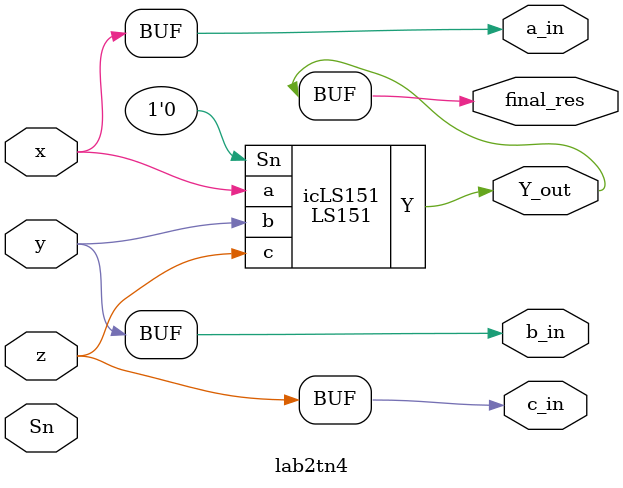
<source format=sv>
module LS151 (
input logic a,b,c,
input logic Sn,
output logic Y
);
logic[2:0]	ABC;
assign ABC={a,b,c};
logic[7:0] D;
assign D=8'b10010110;
always_comb begin : lab2tn3
if	(Sn=='b1) 
Y=1;
else 
case(ABC)
	3'b000 :Y=D[0];
	3'b001 :Y=D[1];
	3'b010 :Y=D[2];
	3'b011 :Y=D[3];
	3'b100 :Y=D[4];
	3'b101 :Y=D[5];
	3'b110 :Y=D[6];
	3'b111 :Y=D[7];
endcase
end
endmodule
module lab2tn4(a_in,b_in,c_in,x,y,z,Sn,final_res,Y_out);
input y,x,z,Sn;
output a_in,b_in,c_in,final_res,Y_out;
assign a_in=x;
assign b_in=y;
assign c_in=z;
LS151 icLS151(.Sn(1'b0),.a(x),.b(y),.c(z),.Y(Y_out));
assign final_res=Y_out;
endmodule

</source>
